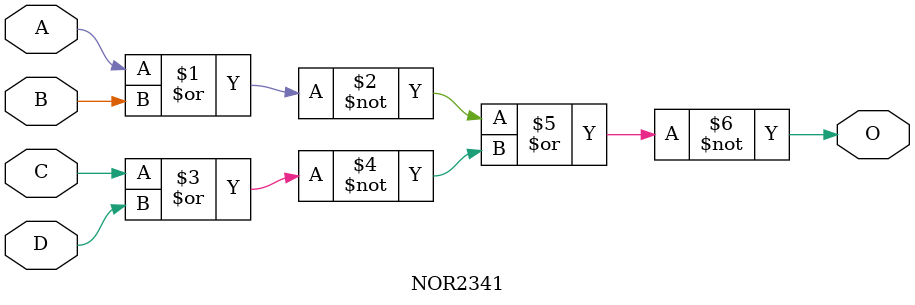
<source format=v>
module NOR2341(
	 A,
     B,
     C,
     D,
     O
    );

	input A;
	input B;
	input C;
	input D;
	output O;
	
	
	assign O = ~(~(A | B) | ~(C | D));

endmodule

</source>
